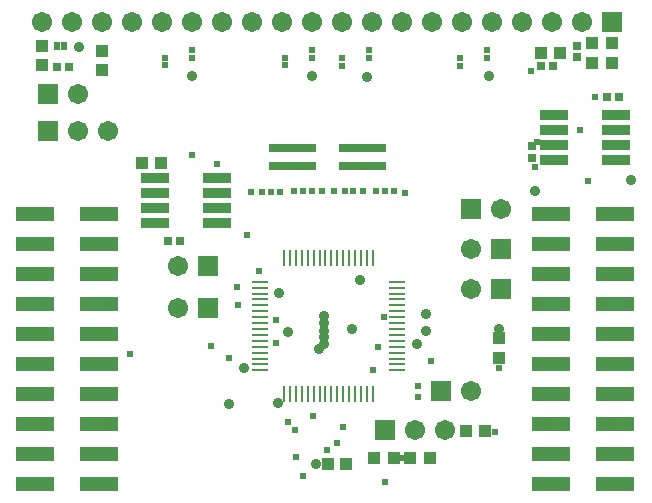
<source format=gts>
G04*
G04 #@! TF.GenerationSoftware,Altium Limited,Altium Designer,19.0.10 (269)*
G04*
G04 Layer_Color=8388736*
%FSLAX25Y25*%
%MOIN*%
G70*
G01*
G75*
%ADD23R,0.01100X0.05300*%
%ADD24R,0.05300X0.01100*%
%ADD28R,0.04300X0.04300*%
%ADD29R,0.04300X0.04300*%
%ADD30R,0.03950X0.04147*%
%ADD31R,0.09500X0.03200*%
%ADD32R,0.01981X0.03162*%
%ADD33R,0.02375X0.03162*%
%ADD34R,0.03162X0.02769*%
%ADD35R,0.02769X0.03162*%
%ADD36R,0.13005X0.04737*%
%ADD37C,0.06706*%
%ADD38R,0.06706X0.06706*%
%ADD39C,0.03600*%
%ADD40C,0.02400*%
D23*
X123295Y83252D02*
D03*
X121327D02*
D03*
X119358D02*
D03*
X117390D02*
D03*
X115421D02*
D03*
X113453D02*
D03*
X111484D02*
D03*
X109516D02*
D03*
X107547D02*
D03*
X105579D02*
D03*
X103610D02*
D03*
X101642D02*
D03*
X99673D02*
D03*
X97705D02*
D03*
X95736D02*
D03*
X93768D02*
D03*
Y37752D02*
D03*
X95736D02*
D03*
X97705D02*
D03*
X99673D02*
D03*
X101642D02*
D03*
X103610D02*
D03*
X105579D02*
D03*
X107547D02*
D03*
X109516D02*
D03*
X111484D02*
D03*
X113453D02*
D03*
X115421D02*
D03*
X117390D02*
D03*
X119358D02*
D03*
X121327D02*
D03*
X123295D02*
D03*
D24*
X85782Y75265D02*
D03*
Y73297D02*
D03*
Y71328D02*
D03*
Y69360D02*
D03*
Y67391D02*
D03*
Y65423D02*
D03*
Y63454D02*
D03*
Y61486D02*
D03*
Y59517D02*
D03*
Y57549D02*
D03*
Y55580D02*
D03*
Y53612D02*
D03*
Y51643D02*
D03*
Y49675D02*
D03*
Y47706D02*
D03*
Y45738D02*
D03*
X131282D02*
D03*
Y47706D02*
D03*
Y49675D02*
D03*
Y51643D02*
D03*
Y53612D02*
D03*
Y55580D02*
D03*
Y57549D02*
D03*
Y59517D02*
D03*
Y61486D02*
D03*
Y63454D02*
D03*
Y65423D02*
D03*
Y67391D02*
D03*
Y69360D02*
D03*
Y71328D02*
D03*
Y73297D02*
D03*
Y75265D02*
D03*
D28*
X32969Y145750D02*
D03*
Y152250D02*
D03*
X196500Y154750D02*
D03*
Y148250D02*
D03*
X165500Y56506D02*
D03*
Y50006D02*
D03*
X203000Y154750D02*
D03*
Y148250D02*
D03*
X13000Y147500D02*
D03*
Y154000D02*
D03*
D29*
X185750Y151500D02*
D03*
X179250D02*
D03*
X130250Y16500D02*
D03*
X123750D02*
D03*
X154250Y25500D02*
D03*
X160750D02*
D03*
X135750Y16500D02*
D03*
X142250D02*
D03*
X52750Y115000D02*
D03*
X46250D02*
D03*
D30*
X108500Y14500D02*
D03*
X114248D02*
D03*
D31*
X183700Y116000D02*
D03*
Y121000D02*
D03*
Y126000D02*
D03*
Y131000D02*
D03*
X204300D02*
D03*
Y126000D02*
D03*
Y121000D02*
D03*
Y116000D02*
D03*
X71300Y95000D02*
D03*
Y100000D02*
D03*
Y105000D02*
D03*
Y110000D02*
D03*
X50700D02*
D03*
Y105000D02*
D03*
Y100000D02*
D03*
Y95000D02*
D03*
D32*
X126732Y113701D02*
D03*
X124764D02*
D03*
X122795D02*
D03*
X120827D02*
D03*
X118858D02*
D03*
X116890D02*
D03*
X114921D02*
D03*
X112953D02*
D03*
X126732Y120000D02*
D03*
X124764D02*
D03*
X122795D02*
D03*
X120827D02*
D03*
X118858D02*
D03*
X116890D02*
D03*
X114921D02*
D03*
X112953D02*
D03*
X103437Y113701D02*
D03*
X101469D02*
D03*
X99500D02*
D03*
X97532D02*
D03*
X95563D02*
D03*
X93594D02*
D03*
X91626D02*
D03*
X89657D02*
D03*
X103437Y120000D02*
D03*
X101469D02*
D03*
X99500D02*
D03*
X97532D02*
D03*
X95563D02*
D03*
X93594D02*
D03*
X91626D02*
D03*
X89657D02*
D03*
D33*
X17941Y154000D02*
D03*
X20500D02*
D03*
D34*
X205469Y137000D02*
D03*
X201532D02*
D03*
X179532Y147250D02*
D03*
X183468D02*
D03*
X58969Y89000D02*
D03*
X55032D02*
D03*
X18031Y147000D02*
D03*
X21969D02*
D03*
D35*
X176500Y120468D02*
D03*
Y116532D02*
D03*
X191500Y150063D02*
D03*
Y154000D02*
D03*
D36*
X32000Y8000D02*
D03*
Y18000D02*
D03*
X10740Y8000D02*
D03*
Y18000D02*
D03*
X32000Y28000D02*
D03*
X10740D02*
D03*
X32000Y38000D02*
D03*
X10740D02*
D03*
X32000Y58000D02*
D03*
X10740D02*
D03*
X32000Y68000D02*
D03*
X10740D02*
D03*
Y98000D02*
D03*
X32000D02*
D03*
X10740Y88000D02*
D03*
X32000D02*
D03*
X10740Y78000D02*
D03*
X32000D02*
D03*
X10740Y48000D02*
D03*
X32000D02*
D03*
X204000Y7891D02*
D03*
Y17891D02*
D03*
X182740Y7891D02*
D03*
Y17891D02*
D03*
X204000Y27891D02*
D03*
X182740D02*
D03*
X204000Y37891D02*
D03*
X182740D02*
D03*
X204000Y57891D02*
D03*
X182740D02*
D03*
X204000Y67891D02*
D03*
X182740D02*
D03*
Y97891D02*
D03*
X204000D02*
D03*
X182740Y87891D02*
D03*
X204000D02*
D03*
X182740Y77891D02*
D03*
X204000D02*
D03*
X182740Y47891D02*
D03*
X204000D02*
D03*
D37*
X147500Y26000D02*
D03*
X137500D02*
D03*
X166000Y99500D02*
D03*
X58500Y66500D02*
D03*
X156000Y73000D02*
D03*
Y86187D02*
D03*
X193000Y162000D02*
D03*
X183000D02*
D03*
X173000D02*
D03*
X163000D02*
D03*
X153000D02*
D03*
X143000D02*
D03*
X133000D02*
D03*
X123000D02*
D03*
X113000D02*
D03*
X103000D02*
D03*
X93000D02*
D03*
X83000D02*
D03*
X73000D02*
D03*
X63000D02*
D03*
X53000D02*
D03*
X43000D02*
D03*
X33000D02*
D03*
X23000D02*
D03*
X13000D02*
D03*
X25000Y138000D02*
D03*
X35000Y125500D02*
D03*
X25000D02*
D03*
X58500Y80500D02*
D03*
X156000Y39000D02*
D03*
D38*
X127500Y26000D02*
D03*
X156000Y99500D02*
D03*
X68500Y66500D02*
D03*
X166000Y73000D02*
D03*
Y86187D02*
D03*
X203000Y162000D02*
D03*
X15000Y138000D02*
D03*
Y125500D02*
D03*
X68500Y80500D02*
D03*
X146000Y39000D02*
D03*
D39*
X177500Y105662D02*
D03*
X138000Y54500D02*
D03*
X95000Y58500D02*
D03*
X75484Y34500D02*
D03*
X91798Y35000D02*
D03*
X31000Y78000D02*
D03*
X34211Y68124D02*
D03*
X31000D02*
D03*
X10000Y7891D02*
D03*
X10279Y48000D02*
D03*
X34500Y78000D02*
D03*
Y88000D02*
D03*
Y98000D02*
D03*
X32721Y38000D02*
D03*
Y48000D02*
D03*
X31000Y88000D02*
D03*
X10279D02*
D03*
X31000Y98000D02*
D03*
X10279Y68000D02*
D03*
X32721Y58000D02*
D03*
X10279Y38000D02*
D03*
X92000Y71500D02*
D03*
X141000Y59000D02*
D03*
Y64543D02*
D03*
X80500Y46500D02*
D03*
X104500Y14500D02*
D03*
X165500Y59500D02*
D03*
X180000Y47891D02*
D03*
X184500D02*
D03*
X182280Y7891D02*
D03*
Y27891D02*
D03*
X180000Y57891D02*
D03*
X184500Y58000D02*
D03*
X116500Y59500D02*
D03*
X63000Y144000D02*
D03*
X103000D02*
D03*
X121500Y143500D02*
D03*
X162000Y144000D02*
D03*
X209500Y109211D02*
D03*
X10279Y18000D02*
D03*
Y28000D02*
D03*
Y78000D02*
D03*
X25500Y153500D02*
D03*
X105500Y52826D02*
D03*
X107000Y63754D02*
D03*
Y61637D02*
D03*
Y56882D02*
D03*
Y59000D02*
D03*
Y54500D02*
D03*
X119000Y75998D02*
D03*
D40*
X10279Y98000D02*
D03*
X127500Y8500D02*
D03*
X42500Y51269D02*
D03*
X123295Y45705D02*
D03*
X103500Y30546D02*
D03*
X97870Y17000D02*
D03*
X85500Y79000D02*
D03*
X95000Y28500D02*
D03*
X111500Y21500D02*
D03*
X78000Y73500D02*
D03*
X75484Y50016D02*
D03*
X91032Y55000D02*
D03*
X142831Y49000D02*
D03*
X100000Y10500D02*
D03*
X113500Y27000D02*
D03*
X97500Y26000D02*
D03*
X125000Y53500D02*
D03*
X69500Y53868D02*
D03*
X107904Y19100D02*
D03*
X127000Y63502D02*
D03*
X91046Y62500D02*
D03*
X68500Y80500D02*
D03*
X78500Y67500D02*
D03*
X147500Y26000D02*
D03*
X137500D02*
D03*
X127500D02*
D03*
X133000Y16500D02*
D03*
X165500Y46500D02*
D03*
X186059Y98000D02*
D03*
X68500Y66500D02*
D03*
X164000Y25244D02*
D03*
X138500Y37000D02*
D03*
Y40500D02*
D03*
X166000Y73000D02*
D03*
X156000D02*
D03*
Y86187D02*
D03*
X166000D02*
D03*
X15000Y125500D02*
D03*
Y138000D02*
D03*
X25000D02*
D03*
X35000Y125500D02*
D03*
X177500Y113500D02*
D03*
X178000Y122000D02*
D03*
X197244Y137000D02*
D03*
X176000Y145500D02*
D03*
X192500Y126000D02*
D03*
X204300D02*
D03*
X195000Y109000D02*
D03*
X186279Y78000D02*
D03*
X166000Y99500D02*
D03*
X156000D02*
D03*
X81500Y91000D02*
D03*
X71500Y114500D02*
D03*
X58500Y80500D02*
D03*
X25000Y125500D02*
D03*
Y138000D02*
D03*
X63031Y117500D02*
D03*
X134000Y105000D02*
D03*
X100000Y105500D02*
D03*
X82850Y105324D02*
D03*
X130500Y105500D02*
D03*
X127500D02*
D03*
X124500D02*
D03*
X120000D02*
D03*
X116858D02*
D03*
X114000D02*
D03*
X110500D02*
D03*
X106500D02*
D03*
X103079D02*
D03*
X97000D02*
D03*
X92350Y105324D02*
D03*
X89554D02*
D03*
X86350D02*
D03*
X152500Y147250D02*
D03*
Y149970D02*
D03*
X161500D02*
D03*
Y152500D02*
D03*
X122000D02*
D03*
Y149970D02*
D03*
X112953Y147250D02*
D03*
Y149970D02*
D03*
X94000Y147500D02*
D03*
X103000Y150000D02*
D03*
Y152500D02*
D03*
X94000Y150000D02*
D03*
X54025D02*
D03*
Y147500D02*
D03*
X63000Y150000D02*
D03*
Y152500D02*
D03*
M02*

</source>
